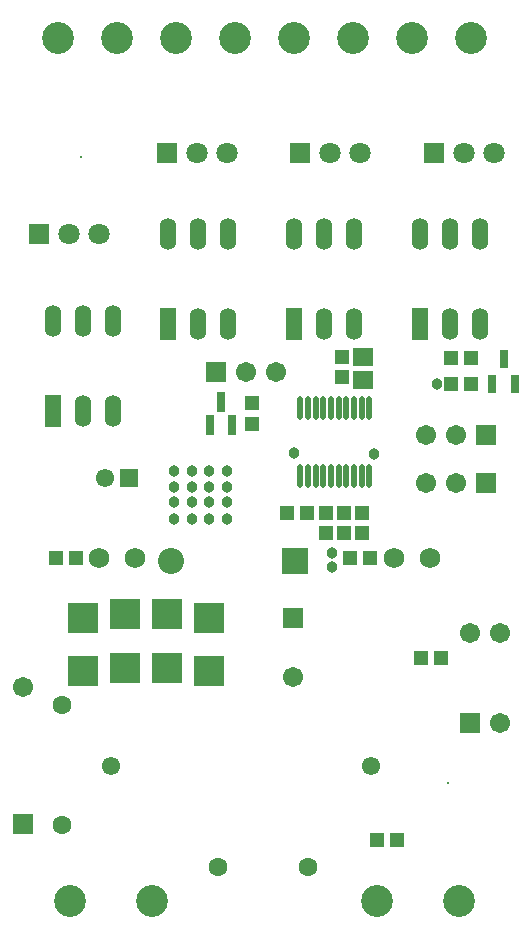
<source format=gts>
%FSDAX24Y24*%
%MOIN*%
%SFA1B1*%

%IPPOS*%
%ADD54R,0.051300X0.047400*%
%ADD55R,0.098600X0.098600*%
%ADD56R,0.047400X0.051300*%
%ADD57R,0.031600X0.067100*%
%ADD58O,0.021800X0.078900*%
%ADD59R,0.031600X0.059200*%
%ADD60R,0.067100X0.059200*%
%ADD61C,0.008000*%
%ADD62C,0.106400*%
%ADD63C,0.067100*%
%ADD64R,0.067100X0.067100*%
%ADD65R,0.055200X0.106400*%
%ADD66O,0.055200X0.106400*%
%ADD67C,0.071000*%
%ADD68R,0.071000X0.071000*%
%ADD69C,0.068000*%
%ADD70C,0.061100*%
%ADD71R,0.067100X0.067100*%
%ADD72C,0.063100*%
%ADD73R,0.086700X0.086700*%
%ADD74C,0.086700*%
%ADD75R,0.061100X0.061100*%
%ADD76C,0.061100*%
%ADD77C,0.038000*%
%LNde-230724-1*%
%LPD*%
G54D54*
X024735Y020450D03*
X024065D03*
X012585Y023800D03*
X011915D03*
X022615Y014400D03*
X023285D03*
X025065Y029600D03*
X025735D03*
Y030450D03*
X025065D03*
X022385Y023800D03*
X021715D03*
X020285Y025300D03*
X019615D03*
G54D55*
X017017Y020014D03*
Y021786D03*
X012800Y020014D03*
Y021786D03*
X014205Y021904D03*
Y020132D03*
X015611Y021904D03*
Y020132D03*
G54D56*
X022100Y025285D03*
Y024615D03*
X021500Y025285D03*
Y024615D03*
X020900Y025285D03*
Y024615D03*
X021450Y030485D03*
Y029815D03*
X018450Y028265D03*
Y028935D03*
G54D57*
X017400Y028974D03*
X017774Y028226D03*
X017026D03*
G54D58*
X020048Y026528D03*
X020304D03*
X020560D03*
X020816D03*
X021072D03*
X021328D03*
X021584D03*
X021840D03*
X022096D03*
X022352D03*
X020048Y028772D03*
X020304D03*
X020560D03*
X020816D03*
X021072D03*
X021328D03*
X021584D03*
X021840D03*
X022096D03*
X022352D03*
G54D59*
X026452Y029600D03*
X027200D03*
X026826Y030427D03*
G54D60*
X022150Y030474D03*
Y029726D03*
G54D61*
X024961Y016299D03*
X012756Y037165D03*
G54D62*
X012362Y012362D03*
X015118D03*
X017874Y041102D03*
X015906D03*
X021811D03*
X019843D03*
X025748D03*
X023780D03*
X013937D03*
X011968D03*
X022598Y012362D03*
X025354D03*
G54D63*
X024250Y027900D03*
X025250D03*
X026700Y021300D03*
X025700D03*
X026700Y018300D03*
X024250Y026300D03*
X025250D03*
X019250Y030000D03*
X018250D03*
X010800Y019493D03*
X019800Y019816D03*
G54D64*
X026250Y027900D03*
Y026300D03*
X017250Y030000D03*
G54D65*
X015650Y031600D03*
X019850D03*
X024050D03*
X011800Y028700D03*
G54D66*
X016650Y031600D03*
X017650D03*
X015650Y034600D03*
X016650D03*
X017650D03*
X020850Y031600D03*
X021850D03*
X019850Y034600D03*
X020850D03*
X021850D03*
X025050Y031600D03*
X026050D03*
X024050Y034600D03*
X025050D03*
X026050D03*
X012800Y028700D03*
X013800D03*
X011800Y031700D03*
X012800D03*
X013800D03*
G54D67*
X017600Y037300D03*
X016600D03*
X022050D03*
X021050D03*
X026500D03*
X025500D03*
X013350Y034600D03*
X012350D03*
G54D68*
X015600Y037300D03*
X020050D03*
X024500D03*
X011350Y034600D03*
G54D69*
X023189Y023780D03*
X024370D03*
X013346D03*
X014528D03*
G54D70*
X013750Y016850D03*
X022411D03*
G54D71*
X025700Y018300D03*
X010800Y014907D03*
X019800Y021784D03*
G54D72*
X017300Y013500D03*
X020300D03*
X012100Y018900D03*
Y014900D03*
G54D73*
X019859Y023700D03*
G54D74*
X015741Y023700D03*
G54D75*
X014344Y026450D03*
G54D76*
X013556Y026450D03*
G54D77*
X015850Y026675D03*
Y026150D03*
Y025638D03*
Y025100D03*
X016433D03*
Y025638D03*
Y026150D03*
Y026675D03*
X017017Y025638D03*
Y026150D03*
Y026675D03*
X017600Y025100D03*
Y025638D03*
Y026150D03*
Y026675D03*
X022500Y027250D03*
X024600Y029600D03*
X019850Y027300D03*
X021100Y023950D03*
Y023500D03*
X017017Y025100D03*
M02*
</source>
